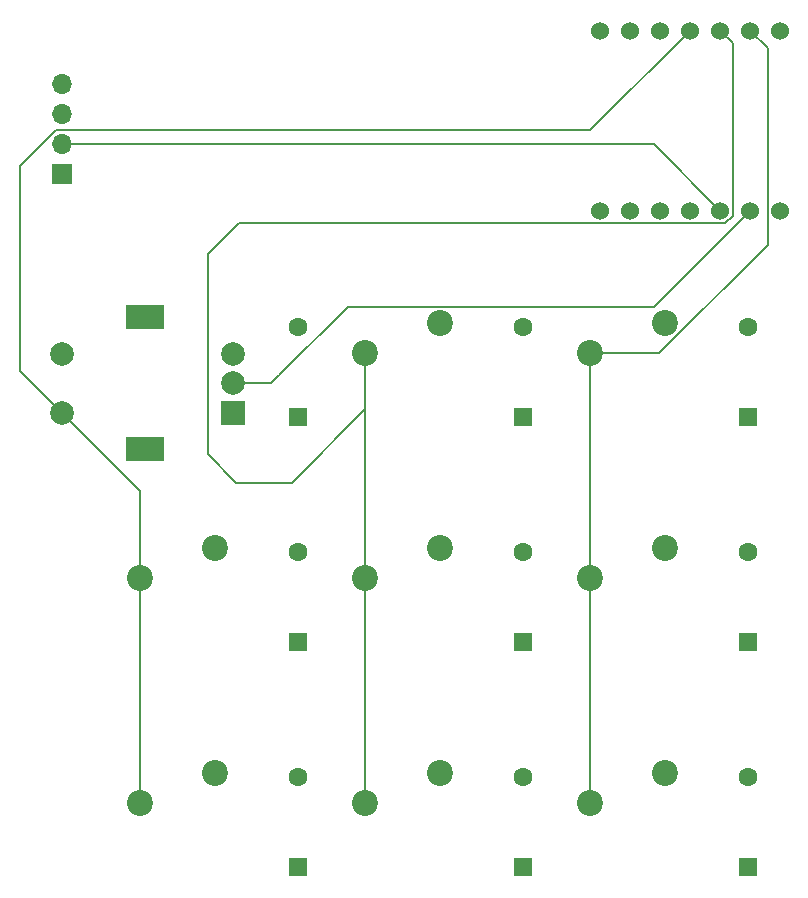
<source format=gbl>
G04 #@! TF.GenerationSoftware,KiCad,Pcbnew,9.0.3*
G04 #@! TF.CreationDate,2025-07-29T19:53:29+10:00*
G04 #@! TF.ProjectId,NyaPad,4e796150-6164-42e6-9b69-6361645f7063,rev?*
G04 #@! TF.SameCoordinates,Original*
G04 #@! TF.FileFunction,Copper,L2,Bot*
G04 #@! TF.FilePolarity,Positive*
%FSLAX46Y46*%
G04 Gerber Fmt 4.6, Leading zero omitted, Abs format (unit mm)*
G04 Created by KiCad (PCBNEW 9.0.3) date 2025-07-29 19:53:29*
%MOMM*%
%LPD*%
G01*
G04 APERTURE LIST*
G04 Aperture macros list*
%AMRoundRect*
0 Rectangle with rounded corners*
0 $1 Rounding radius*
0 $2 $3 $4 $5 $6 $7 $8 $9 X,Y pos of 4 corners*
0 Add a 4 corners polygon primitive as box body*
4,1,4,$2,$3,$4,$5,$6,$7,$8,$9,$2,$3,0*
0 Add four circle primitives for the rounded corners*
1,1,$1+$1,$2,$3*
1,1,$1+$1,$4,$5*
1,1,$1+$1,$6,$7*
1,1,$1+$1,$8,$9*
0 Add four rect primitives between the rounded corners*
20,1,$1+$1,$2,$3,$4,$5,0*
20,1,$1+$1,$4,$5,$6,$7,0*
20,1,$1+$1,$6,$7,$8,$9,0*
20,1,$1+$1,$8,$9,$2,$3,0*%
G04 Aperture macros list end*
G04 #@! TA.AperFunction,ComponentPad*
%ADD10C,2.200000*%
G04 #@! TD*
G04 #@! TA.AperFunction,ComponentPad*
%ADD11R,1.700000X1.700000*%
G04 #@! TD*
G04 #@! TA.AperFunction,ComponentPad*
%ADD12O,1.700000X1.700000*%
G04 #@! TD*
G04 #@! TA.AperFunction,ComponentPad*
%ADD13C,1.524000*%
G04 #@! TD*
G04 #@! TA.AperFunction,ComponentPad*
%ADD14R,2.000000X2.000000*%
G04 #@! TD*
G04 #@! TA.AperFunction,ComponentPad*
%ADD15C,2.000000*%
G04 #@! TD*
G04 #@! TA.AperFunction,ComponentPad*
%ADD16R,3.200000X2.000000*%
G04 #@! TD*
G04 #@! TA.AperFunction,ComponentPad*
%ADD17RoundRect,0.250000X0.550000X-0.550000X0.550000X0.550000X-0.550000X0.550000X-0.550000X-0.550000X0*%
G04 #@! TD*
G04 #@! TA.AperFunction,ComponentPad*
%ADD18C,1.600000*%
G04 #@! TD*
G04 #@! TA.AperFunction,Conductor*
%ADD19C,0.200000*%
G04 #@! TD*
G04 APERTURE END LIST*
D10*
X136366250Y-93677725D03*
X130016250Y-96217725D03*
D11*
X104305000Y-81021475D03*
D12*
X104305000Y-78481475D03*
X104305000Y-75941475D03*
X104305000Y-73401475D03*
D10*
X155416250Y-93677725D03*
X149066250Y-96217725D03*
X155416250Y-131777725D03*
X149066250Y-134317725D03*
X117316250Y-131777725D03*
X110966250Y-134317725D03*
X136366250Y-131777725D03*
X130016250Y-134317725D03*
X136366250Y-112727725D03*
X130016250Y-115267725D03*
X155416250Y-112727725D03*
X149066250Y-115267725D03*
D13*
X165120000Y-68880000D03*
X162580000Y-68880000D03*
X160040000Y-68880000D03*
X157500000Y-68880000D03*
X154960000Y-68880000D03*
X152420000Y-68880000D03*
X149880000Y-68880000D03*
X149880000Y-84120000D03*
X152420000Y-84120000D03*
X154960000Y-84120000D03*
X157500000Y-84120000D03*
X160040000Y-84120000D03*
X162580000Y-84120000D03*
X165120000Y-84120000D03*
D14*
X118820000Y-101250000D03*
D15*
X118820000Y-96250000D03*
X118820000Y-98750000D03*
D16*
X111320000Y-104350000D03*
X111320000Y-93150000D03*
D15*
X104320000Y-96250000D03*
X104320000Y-101250000D03*
D10*
X117316250Y-112727725D03*
X110966250Y-115267725D03*
D17*
X143351250Y-101615225D03*
D18*
X143351250Y-93995225D03*
D17*
X162401250Y-101615225D03*
D18*
X162401250Y-93995225D03*
D17*
X143351250Y-120665225D03*
D18*
X143351250Y-113045225D03*
D17*
X124301250Y-120665225D03*
D18*
X124301250Y-113045225D03*
D17*
X143351250Y-139715225D03*
D18*
X143351250Y-132095225D03*
D17*
X162401250Y-139715225D03*
D18*
X162401250Y-132095225D03*
D17*
X124301250Y-101615225D03*
D18*
X124301250Y-93995225D03*
D17*
X162401250Y-120665225D03*
D18*
X162401250Y-113045225D03*
D17*
X124301250Y-139715225D03*
D18*
X124301250Y-132095225D03*
D19*
X154423275Y-92276725D02*
X128507250Y-92276725D01*
X128507250Y-92276725D02*
X122696987Y-98086987D01*
X122033974Y-98750000D02*
X122696987Y-98086987D01*
X118820000Y-98750000D02*
X122033974Y-98750000D01*
X122696987Y-98086987D02*
X122026250Y-98757725D01*
X162580000Y-84120000D02*
X154423275Y-92276725D01*
X161103000Y-84560310D02*
X161103000Y-69943000D01*
X130016250Y-96217725D02*
X130016250Y-100965000D01*
X119287000Y-85183000D02*
X160480310Y-85183000D01*
X130016250Y-100965000D02*
X123825000Y-107156250D01*
X119062500Y-107156250D02*
X116681250Y-104775000D01*
X130016250Y-115267725D02*
X130016250Y-134317725D01*
X123825000Y-107156250D02*
X119062500Y-107156250D01*
X130016250Y-96217725D02*
X130016250Y-115267725D01*
X161103000Y-69943000D02*
X160040000Y-68880000D01*
X116681250Y-104775000D02*
X116681250Y-87788750D01*
X160480310Y-85183000D02*
X161103000Y-84560310D01*
X116681250Y-87788750D02*
X119287000Y-85183000D01*
X100801000Y-80357716D02*
X103828241Y-77330475D01*
X104320000Y-101250000D02*
X100801000Y-97731000D01*
X149049525Y-77330475D02*
X157500000Y-68880000D01*
X110966250Y-115267725D02*
X110966250Y-134317725D01*
X100801000Y-97731000D02*
X100801000Y-80357716D01*
X110966250Y-107896250D02*
X104320000Y-101250000D01*
X103828241Y-77330475D02*
X149049525Y-77330475D01*
X110966250Y-115267725D02*
X110966250Y-107896250D01*
X154401475Y-78481475D02*
X104305000Y-78481475D01*
X160040000Y-84120000D02*
X154401475Y-78481475D01*
X149066250Y-96217725D02*
X154857564Y-96217725D01*
X149066250Y-115267725D02*
X149066250Y-134317725D01*
X164057000Y-87018289D02*
X164057000Y-70357000D01*
X154857564Y-96217725D02*
X164057000Y-87018289D01*
X164057000Y-70357000D02*
X162580000Y-68880000D01*
X149066250Y-96217725D02*
X149066250Y-115267725D01*
M02*

</source>
